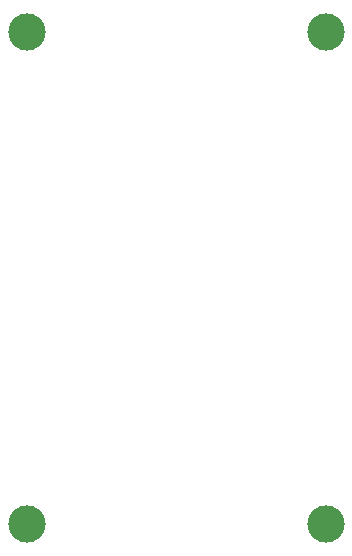
<source format=gbr>
G04 EAGLE Gerber RS-274X export*
G75*
%MOMM*%
%FSLAX34Y34*%
%LPD*%
%INSoldermask Top*%
%IPPOS*%
%AMOC8*
5,1,8,0,0,1.08239X$1,22.5*%
G01*
%ADD10C,3.152400*%


D10*
X54610Y508000D03*
X307340Y508000D03*
X54610Y91440D03*
X307340Y91440D03*
M02*

</source>
